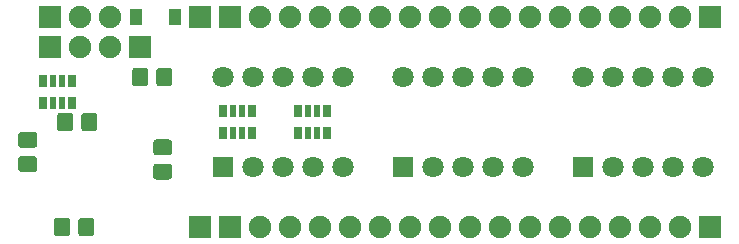
<source format=gbr>
G04 #@! TF.GenerationSoftware,KiCad,Pcbnew,(5.0.0)*
G04 #@! TF.CreationDate,2019-08-21T13:25:49-04:00*
G04 #@! TF.ProjectId,7segment,377365676D656E742E6B696361645F70,B*
G04 #@! TF.SameCoordinates,Original*
G04 #@! TF.FileFunction,Soldermask,Bot*
G04 #@! TF.FilePolarity,Negative*
%FSLAX46Y46*%
G04 Gerber Fmt 4.6, Leading zero omitted, Abs format (unit mm)*
G04 Created by KiCad (PCBNEW (5.0.0)) date 08/21/19 13:25:49*
%MOMM*%
%LPD*%
G01*
G04 APERTURE LIST*
%ADD10C,0.100000*%
%ADD11C,1.350000*%
%ADD12R,1.900000X1.900000*%
%ADD13O,1.900000X1.900000*%
%ADD14R,1.100000X1.400000*%
%ADD15R,0.700000X1.000000*%
%ADD16R,0.600000X1.000000*%
%ADD17R,1.800000X1.800000*%
%ADD18C,1.800000*%
G04 APERTURE END LIST*
D10*
G04 #@! TO.C,C4*
G36*
X47282289Y-55081413D02*
X47310778Y-55085639D01*
X47338715Y-55092637D01*
X47365832Y-55102340D01*
X47391867Y-55114653D01*
X47416570Y-55129460D01*
X47439703Y-55146616D01*
X47461043Y-55165957D01*
X47480384Y-55187297D01*
X47497540Y-55210430D01*
X47512347Y-55235133D01*
X47524660Y-55261168D01*
X47534363Y-55288285D01*
X47541361Y-55316222D01*
X47545587Y-55344711D01*
X47547000Y-55373477D01*
X47547000Y-56386523D01*
X47545587Y-56415289D01*
X47541361Y-56443778D01*
X47534363Y-56471715D01*
X47524660Y-56498832D01*
X47512347Y-56524867D01*
X47497540Y-56549570D01*
X47480384Y-56572703D01*
X47461043Y-56594043D01*
X47439703Y-56613384D01*
X47416570Y-56630540D01*
X47391867Y-56645347D01*
X47365832Y-56657660D01*
X47338715Y-56667363D01*
X47310778Y-56674361D01*
X47282289Y-56678587D01*
X47253523Y-56680000D01*
X46490477Y-56680000D01*
X46461711Y-56678587D01*
X46433222Y-56674361D01*
X46405285Y-56667363D01*
X46378168Y-56657660D01*
X46352133Y-56645347D01*
X46327430Y-56630540D01*
X46304297Y-56613384D01*
X46282957Y-56594043D01*
X46263616Y-56572703D01*
X46246460Y-56549570D01*
X46231653Y-56524867D01*
X46219340Y-56498832D01*
X46209637Y-56471715D01*
X46202639Y-56443778D01*
X46198413Y-56415289D01*
X46197000Y-56386523D01*
X46197000Y-55373477D01*
X46198413Y-55344711D01*
X46202639Y-55316222D01*
X46209637Y-55288285D01*
X46219340Y-55261168D01*
X46231653Y-55235133D01*
X46246460Y-55210430D01*
X46263616Y-55187297D01*
X46282957Y-55165957D01*
X46304297Y-55146616D01*
X46327430Y-55129460D01*
X46352133Y-55114653D01*
X46378168Y-55102340D01*
X46405285Y-55092637D01*
X46433222Y-55085639D01*
X46461711Y-55081413D01*
X46490477Y-55080000D01*
X47253523Y-55080000D01*
X47282289Y-55081413D01*
X47282289Y-55081413D01*
G37*
D11*
X46872000Y-55880000D03*
D10*
G36*
X45232289Y-55081413D02*
X45260778Y-55085639D01*
X45288715Y-55092637D01*
X45315832Y-55102340D01*
X45341867Y-55114653D01*
X45366570Y-55129460D01*
X45389703Y-55146616D01*
X45411043Y-55165957D01*
X45430384Y-55187297D01*
X45447540Y-55210430D01*
X45462347Y-55235133D01*
X45474660Y-55261168D01*
X45484363Y-55288285D01*
X45491361Y-55316222D01*
X45495587Y-55344711D01*
X45497000Y-55373477D01*
X45497000Y-56386523D01*
X45495587Y-56415289D01*
X45491361Y-56443778D01*
X45484363Y-56471715D01*
X45474660Y-56498832D01*
X45462347Y-56524867D01*
X45447540Y-56549570D01*
X45430384Y-56572703D01*
X45411043Y-56594043D01*
X45389703Y-56613384D01*
X45366570Y-56630540D01*
X45341867Y-56645347D01*
X45315832Y-56657660D01*
X45288715Y-56667363D01*
X45260778Y-56674361D01*
X45232289Y-56678587D01*
X45203523Y-56680000D01*
X44440477Y-56680000D01*
X44411711Y-56678587D01*
X44383222Y-56674361D01*
X44355285Y-56667363D01*
X44328168Y-56657660D01*
X44302133Y-56645347D01*
X44277430Y-56630540D01*
X44254297Y-56613384D01*
X44232957Y-56594043D01*
X44213616Y-56572703D01*
X44196460Y-56549570D01*
X44181653Y-56524867D01*
X44169340Y-56498832D01*
X44159637Y-56471715D01*
X44152639Y-56443778D01*
X44148413Y-56415289D01*
X44147000Y-56386523D01*
X44147000Y-55373477D01*
X44148413Y-55344711D01*
X44152639Y-55316222D01*
X44159637Y-55288285D01*
X44169340Y-55261168D01*
X44181653Y-55235133D01*
X44196460Y-55210430D01*
X44213616Y-55187297D01*
X44232957Y-55165957D01*
X44254297Y-55146616D01*
X44277430Y-55129460D01*
X44302133Y-55114653D01*
X44328168Y-55102340D01*
X44355285Y-55092637D01*
X44383222Y-55085639D01*
X44411711Y-55081413D01*
X44440477Y-55080000D01*
X45203523Y-55080000D01*
X45232289Y-55081413D01*
X45232289Y-55081413D01*
G37*
D11*
X44822000Y-55880000D03*
G04 #@! TD*
D12*
G04 #@! TO.C,J6*
X59055000Y-55880000D03*
G04 #@! TD*
G04 #@! TO.C,J7*
X59055000Y-38100000D03*
G04 #@! TD*
D10*
G04 #@! TO.C,C3*
G36*
X53875289Y-50516413D02*
X53903778Y-50520639D01*
X53931715Y-50527637D01*
X53958832Y-50537340D01*
X53984867Y-50549653D01*
X54009570Y-50564460D01*
X54032703Y-50581616D01*
X54054043Y-50600957D01*
X54073384Y-50622297D01*
X54090540Y-50645430D01*
X54105347Y-50670133D01*
X54117660Y-50696168D01*
X54127363Y-50723285D01*
X54134361Y-50751222D01*
X54138587Y-50779711D01*
X54140000Y-50808477D01*
X54140000Y-51571523D01*
X54138587Y-51600289D01*
X54134361Y-51628778D01*
X54127363Y-51656715D01*
X54117660Y-51683832D01*
X54105347Y-51709867D01*
X54090540Y-51734570D01*
X54073384Y-51757703D01*
X54054043Y-51779043D01*
X54032703Y-51798384D01*
X54009570Y-51815540D01*
X53984867Y-51830347D01*
X53958832Y-51842660D01*
X53931715Y-51852363D01*
X53903778Y-51859361D01*
X53875289Y-51863587D01*
X53846523Y-51865000D01*
X52833477Y-51865000D01*
X52804711Y-51863587D01*
X52776222Y-51859361D01*
X52748285Y-51852363D01*
X52721168Y-51842660D01*
X52695133Y-51830347D01*
X52670430Y-51815540D01*
X52647297Y-51798384D01*
X52625957Y-51779043D01*
X52606616Y-51757703D01*
X52589460Y-51734570D01*
X52574653Y-51709867D01*
X52562340Y-51683832D01*
X52552637Y-51656715D01*
X52545639Y-51628778D01*
X52541413Y-51600289D01*
X52540000Y-51571523D01*
X52540000Y-50808477D01*
X52541413Y-50779711D01*
X52545639Y-50751222D01*
X52552637Y-50723285D01*
X52562340Y-50696168D01*
X52574653Y-50670133D01*
X52589460Y-50645430D01*
X52606616Y-50622297D01*
X52625957Y-50600957D01*
X52647297Y-50581616D01*
X52670430Y-50564460D01*
X52695133Y-50549653D01*
X52721168Y-50537340D01*
X52748285Y-50527637D01*
X52776222Y-50520639D01*
X52804711Y-50516413D01*
X52833477Y-50515000D01*
X53846523Y-50515000D01*
X53875289Y-50516413D01*
X53875289Y-50516413D01*
G37*
D11*
X53340000Y-51190000D03*
D10*
G36*
X53875289Y-48466413D02*
X53903778Y-48470639D01*
X53931715Y-48477637D01*
X53958832Y-48487340D01*
X53984867Y-48499653D01*
X54009570Y-48514460D01*
X54032703Y-48531616D01*
X54054043Y-48550957D01*
X54073384Y-48572297D01*
X54090540Y-48595430D01*
X54105347Y-48620133D01*
X54117660Y-48646168D01*
X54127363Y-48673285D01*
X54134361Y-48701222D01*
X54138587Y-48729711D01*
X54140000Y-48758477D01*
X54140000Y-49521523D01*
X54138587Y-49550289D01*
X54134361Y-49578778D01*
X54127363Y-49606715D01*
X54117660Y-49633832D01*
X54105347Y-49659867D01*
X54090540Y-49684570D01*
X54073384Y-49707703D01*
X54054043Y-49729043D01*
X54032703Y-49748384D01*
X54009570Y-49765540D01*
X53984867Y-49780347D01*
X53958832Y-49792660D01*
X53931715Y-49802363D01*
X53903778Y-49809361D01*
X53875289Y-49813587D01*
X53846523Y-49815000D01*
X52833477Y-49815000D01*
X52804711Y-49813587D01*
X52776222Y-49809361D01*
X52748285Y-49802363D01*
X52721168Y-49792660D01*
X52695133Y-49780347D01*
X52670430Y-49765540D01*
X52647297Y-49748384D01*
X52625957Y-49729043D01*
X52606616Y-49707703D01*
X52589460Y-49684570D01*
X52574653Y-49659867D01*
X52562340Y-49633832D01*
X52552637Y-49606715D01*
X52545639Y-49578778D01*
X52541413Y-49550289D01*
X52540000Y-49521523D01*
X52540000Y-48758477D01*
X52541413Y-48729711D01*
X52545639Y-48701222D01*
X52552637Y-48673285D01*
X52562340Y-48646168D01*
X52574653Y-48620133D01*
X52589460Y-48595430D01*
X52606616Y-48572297D01*
X52625957Y-48550957D01*
X52647297Y-48531616D01*
X52670430Y-48514460D01*
X52695133Y-48499653D01*
X52721168Y-48487340D01*
X52748285Y-48477637D01*
X52776222Y-48470639D01*
X52804711Y-48466413D01*
X52833477Y-48465000D01*
X53846523Y-48465000D01*
X53875289Y-48466413D01*
X53875289Y-48466413D01*
G37*
D11*
X53340000Y-49140000D03*
G04 #@! TD*
D12*
G04 #@! TO.C,J5*
X56515000Y-55880000D03*
G04 #@! TD*
G04 #@! TO.C,JP2*
X43815000Y-40640000D03*
D13*
X46355000Y-40640000D03*
X48895000Y-40640000D03*
G04 #@! TD*
D14*
G04 #@! TO.C,D1*
X51055000Y-38100000D03*
X54355000Y-38100000D03*
G04 #@! TD*
D15*
G04 #@! TO.C,RN3*
X43250000Y-43550000D03*
D16*
X44850000Y-43550000D03*
X44050000Y-43550000D03*
D15*
X45650000Y-43550000D03*
D16*
X44050000Y-45350000D03*
D15*
X43250000Y-45350000D03*
D16*
X44850000Y-45350000D03*
D15*
X45650000Y-45350000D03*
G04 #@! TD*
D12*
G04 #@! TO.C,JP1*
X43815000Y-38100000D03*
D13*
X46355000Y-38100000D03*
X48895000Y-38100000D03*
G04 #@! TD*
D17*
G04 #@! TO.C,U4*
X88900000Y-50800000D03*
D18*
X91440000Y-50800000D03*
X93980000Y-50800000D03*
X96520000Y-50800000D03*
X99060000Y-50800000D03*
X99060000Y-43180000D03*
X96520000Y-43180000D03*
X93980000Y-43180000D03*
X91440000Y-43180000D03*
X88900000Y-43180000D03*
G04 #@! TD*
D13*
G04 #@! TO.C,J4*
X61595000Y-55880000D03*
X64135000Y-55880000D03*
X66675000Y-55880000D03*
X69215000Y-55880000D03*
X71755000Y-55880000D03*
X74295000Y-55880000D03*
X76835000Y-55880000D03*
X79375000Y-55880000D03*
X81915000Y-55880000D03*
X84455000Y-55880000D03*
X86995000Y-55880000D03*
X89535000Y-55880000D03*
X92075000Y-55880000D03*
X94615000Y-55880000D03*
X97155000Y-55880000D03*
D12*
X99695000Y-55880000D03*
G04 #@! TD*
G04 #@! TO.C,J2*
X99695000Y-38100000D03*
D13*
X97155000Y-38100000D03*
X94615000Y-38100000D03*
X92075000Y-38100000D03*
X89535000Y-38100000D03*
X86995000Y-38100000D03*
X84455000Y-38100000D03*
X81915000Y-38100000D03*
X79375000Y-38100000D03*
X76835000Y-38100000D03*
X74295000Y-38100000D03*
X71755000Y-38100000D03*
X69215000Y-38100000D03*
X66675000Y-38100000D03*
X64135000Y-38100000D03*
X61595000Y-38100000D03*
G04 #@! TD*
D17*
G04 #@! TO.C,U3*
X73660000Y-50800000D03*
D18*
X76200000Y-50800000D03*
X78740000Y-50800000D03*
X81280000Y-50800000D03*
X83820000Y-50800000D03*
X83820000Y-43180000D03*
X81280000Y-43180000D03*
X78740000Y-43180000D03*
X76200000Y-43180000D03*
X73660000Y-43180000D03*
G04 #@! TD*
D10*
G04 #@! TO.C,C2*
G36*
X42445289Y-47831413D02*
X42473778Y-47835639D01*
X42501715Y-47842637D01*
X42528832Y-47852340D01*
X42554867Y-47864653D01*
X42579570Y-47879460D01*
X42602703Y-47896616D01*
X42624043Y-47915957D01*
X42643384Y-47937297D01*
X42660540Y-47960430D01*
X42675347Y-47985133D01*
X42687660Y-48011168D01*
X42697363Y-48038285D01*
X42704361Y-48066222D01*
X42708587Y-48094711D01*
X42710000Y-48123477D01*
X42710000Y-48886523D01*
X42708587Y-48915289D01*
X42704361Y-48943778D01*
X42697363Y-48971715D01*
X42687660Y-48998832D01*
X42675347Y-49024867D01*
X42660540Y-49049570D01*
X42643384Y-49072703D01*
X42624043Y-49094043D01*
X42602703Y-49113384D01*
X42579570Y-49130540D01*
X42554867Y-49145347D01*
X42528832Y-49157660D01*
X42501715Y-49167363D01*
X42473778Y-49174361D01*
X42445289Y-49178587D01*
X42416523Y-49180000D01*
X41403477Y-49180000D01*
X41374711Y-49178587D01*
X41346222Y-49174361D01*
X41318285Y-49167363D01*
X41291168Y-49157660D01*
X41265133Y-49145347D01*
X41240430Y-49130540D01*
X41217297Y-49113384D01*
X41195957Y-49094043D01*
X41176616Y-49072703D01*
X41159460Y-49049570D01*
X41144653Y-49024867D01*
X41132340Y-48998832D01*
X41122637Y-48971715D01*
X41115639Y-48943778D01*
X41111413Y-48915289D01*
X41110000Y-48886523D01*
X41110000Y-48123477D01*
X41111413Y-48094711D01*
X41115639Y-48066222D01*
X41122637Y-48038285D01*
X41132340Y-48011168D01*
X41144653Y-47985133D01*
X41159460Y-47960430D01*
X41176616Y-47937297D01*
X41195957Y-47915957D01*
X41217297Y-47896616D01*
X41240430Y-47879460D01*
X41265133Y-47864653D01*
X41291168Y-47852340D01*
X41318285Y-47842637D01*
X41346222Y-47835639D01*
X41374711Y-47831413D01*
X41403477Y-47830000D01*
X42416523Y-47830000D01*
X42445289Y-47831413D01*
X42445289Y-47831413D01*
G37*
D11*
X41910000Y-48505000D03*
D10*
G36*
X42445289Y-49881413D02*
X42473778Y-49885639D01*
X42501715Y-49892637D01*
X42528832Y-49902340D01*
X42554867Y-49914653D01*
X42579570Y-49929460D01*
X42602703Y-49946616D01*
X42624043Y-49965957D01*
X42643384Y-49987297D01*
X42660540Y-50010430D01*
X42675347Y-50035133D01*
X42687660Y-50061168D01*
X42697363Y-50088285D01*
X42704361Y-50116222D01*
X42708587Y-50144711D01*
X42710000Y-50173477D01*
X42710000Y-50936523D01*
X42708587Y-50965289D01*
X42704361Y-50993778D01*
X42697363Y-51021715D01*
X42687660Y-51048832D01*
X42675347Y-51074867D01*
X42660540Y-51099570D01*
X42643384Y-51122703D01*
X42624043Y-51144043D01*
X42602703Y-51163384D01*
X42579570Y-51180540D01*
X42554867Y-51195347D01*
X42528832Y-51207660D01*
X42501715Y-51217363D01*
X42473778Y-51224361D01*
X42445289Y-51228587D01*
X42416523Y-51230000D01*
X41403477Y-51230000D01*
X41374711Y-51228587D01*
X41346222Y-51224361D01*
X41318285Y-51217363D01*
X41291168Y-51207660D01*
X41265133Y-51195347D01*
X41240430Y-51180540D01*
X41217297Y-51163384D01*
X41195957Y-51144043D01*
X41176616Y-51122703D01*
X41159460Y-51099570D01*
X41144653Y-51074867D01*
X41132340Y-51048832D01*
X41122637Y-51021715D01*
X41115639Y-50993778D01*
X41111413Y-50965289D01*
X41110000Y-50936523D01*
X41110000Y-50173477D01*
X41111413Y-50144711D01*
X41115639Y-50116222D01*
X41122637Y-50088285D01*
X41132340Y-50061168D01*
X41144653Y-50035133D01*
X41159460Y-50010430D01*
X41176616Y-49987297D01*
X41195957Y-49965957D01*
X41217297Y-49946616D01*
X41240430Y-49929460D01*
X41265133Y-49914653D01*
X41291168Y-49902340D01*
X41318285Y-49892637D01*
X41346222Y-49885639D01*
X41374711Y-49881413D01*
X41403477Y-49880000D01*
X42416523Y-49880000D01*
X42445289Y-49881413D01*
X42445289Y-49881413D01*
G37*
D11*
X41910000Y-50555000D03*
G04 #@! TD*
D15*
G04 #@! TO.C,RN2*
X58490000Y-46090000D03*
D16*
X59290000Y-46090000D03*
D15*
X60890000Y-46090000D03*
D16*
X60090000Y-46090000D03*
D15*
X58490000Y-47890000D03*
D16*
X60090000Y-47890000D03*
X59290000Y-47890000D03*
D15*
X60890000Y-47890000D03*
G04 #@! TD*
G04 #@! TO.C,RN1*
X64840000Y-46090000D03*
D16*
X66440000Y-46090000D03*
X65640000Y-46090000D03*
D15*
X67240000Y-46090000D03*
D16*
X65640000Y-47890000D03*
D15*
X64840000Y-47890000D03*
D16*
X66440000Y-47890000D03*
D15*
X67240000Y-47890000D03*
G04 #@! TD*
D10*
G04 #@! TO.C,C1*
G36*
X45495289Y-46191413D02*
X45523778Y-46195639D01*
X45551715Y-46202637D01*
X45578832Y-46212340D01*
X45604867Y-46224653D01*
X45629570Y-46239460D01*
X45652703Y-46256616D01*
X45674043Y-46275957D01*
X45693384Y-46297297D01*
X45710540Y-46320430D01*
X45725347Y-46345133D01*
X45737660Y-46371168D01*
X45747363Y-46398285D01*
X45754361Y-46426222D01*
X45758587Y-46454711D01*
X45760000Y-46483477D01*
X45760000Y-47496523D01*
X45758587Y-47525289D01*
X45754361Y-47553778D01*
X45747363Y-47581715D01*
X45737660Y-47608832D01*
X45725347Y-47634867D01*
X45710540Y-47659570D01*
X45693384Y-47682703D01*
X45674043Y-47704043D01*
X45652703Y-47723384D01*
X45629570Y-47740540D01*
X45604867Y-47755347D01*
X45578832Y-47767660D01*
X45551715Y-47777363D01*
X45523778Y-47784361D01*
X45495289Y-47788587D01*
X45466523Y-47790000D01*
X44703477Y-47790000D01*
X44674711Y-47788587D01*
X44646222Y-47784361D01*
X44618285Y-47777363D01*
X44591168Y-47767660D01*
X44565133Y-47755347D01*
X44540430Y-47740540D01*
X44517297Y-47723384D01*
X44495957Y-47704043D01*
X44476616Y-47682703D01*
X44459460Y-47659570D01*
X44444653Y-47634867D01*
X44432340Y-47608832D01*
X44422637Y-47581715D01*
X44415639Y-47553778D01*
X44411413Y-47525289D01*
X44410000Y-47496523D01*
X44410000Y-46483477D01*
X44411413Y-46454711D01*
X44415639Y-46426222D01*
X44422637Y-46398285D01*
X44432340Y-46371168D01*
X44444653Y-46345133D01*
X44459460Y-46320430D01*
X44476616Y-46297297D01*
X44495957Y-46275957D01*
X44517297Y-46256616D01*
X44540430Y-46239460D01*
X44565133Y-46224653D01*
X44591168Y-46212340D01*
X44618285Y-46202637D01*
X44646222Y-46195639D01*
X44674711Y-46191413D01*
X44703477Y-46190000D01*
X45466523Y-46190000D01*
X45495289Y-46191413D01*
X45495289Y-46191413D01*
G37*
D11*
X45085000Y-46990000D03*
D10*
G36*
X47545289Y-46191413D02*
X47573778Y-46195639D01*
X47601715Y-46202637D01*
X47628832Y-46212340D01*
X47654867Y-46224653D01*
X47679570Y-46239460D01*
X47702703Y-46256616D01*
X47724043Y-46275957D01*
X47743384Y-46297297D01*
X47760540Y-46320430D01*
X47775347Y-46345133D01*
X47787660Y-46371168D01*
X47797363Y-46398285D01*
X47804361Y-46426222D01*
X47808587Y-46454711D01*
X47810000Y-46483477D01*
X47810000Y-47496523D01*
X47808587Y-47525289D01*
X47804361Y-47553778D01*
X47797363Y-47581715D01*
X47787660Y-47608832D01*
X47775347Y-47634867D01*
X47760540Y-47659570D01*
X47743384Y-47682703D01*
X47724043Y-47704043D01*
X47702703Y-47723384D01*
X47679570Y-47740540D01*
X47654867Y-47755347D01*
X47628832Y-47767660D01*
X47601715Y-47777363D01*
X47573778Y-47784361D01*
X47545289Y-47788587D01*
X47516523Y-47790000D01*
X46753477Y-47790000D01*
X46724711Y-47788587D01*
X46696222Y-47784361D01*
X46668285Y-47777363D01*
X46641168Y-47767660D01*
X46615133Y-47755347D01*
X46590430Y-47740540D01*
X46567297Y-47723384D01*
X46545957Y-47704043D01*
X46526616Y-47682703D01*
X46509460Y-47659570D01*
X46494653Y-47634867D01*
X46482340Y-47608832D01*
X46472637Y-47581715D01*
X46465639Y-47553778D01*
X46461413Y-47525289D01*
X46460000Y-47496523D01*
X46460000Y-46483477D01*
X46461413Y-46454711D01*
X46465639Y-46426222D01*
X46472637Y-46398285D01*
X46482340Y-46371168D01*
X46494653Y-46345133D01*
X46509460Y-46320430D01*
X46526616Y-46297297D01*
X46545957Y-46275957D01*
X46567297Y-46256616D01*
X46590430Y-46239460D01*
X46615133Y-46224653D01*
X46641168Y-46212340D01*
X46668285Y-46202637D01*
X46696222Y-46195639D01*
X46724711Y-46191413D01*
X46753477Y-46190000D01*
X47516523Y-46190000D01*
X47545289Y-46191413D01*
X47545289Y-46191413D01*
G37*
D11*
X47135000Y-46990000D03*
G04 #@! TD*
D10*
G04 #@! TO.C,R3*
G36*
X53895289Y-42381413D02*
X53923778Y-42385639D01*
X53951715Y-42392637D01*
X53978832Y-42402340D01*
X54004867Y-42414653D01*
X54029570Y-42429460D01*
X54052703Y-42446616D01*
X54074043Y-42465957D01*
X54093384Y-42487297D01*
X54110540Y-42510430D01*
X54125347Y-42535133D01*
X54137660Y-42561168D01*
X54147363Y-42588285D01*
X54154361Y-42616222D01*
X54158587Y-42644711D01*
X54160000Y-42673477D01*
X54160000Y-43686523D01*
X54158587Y-43715289D01*
X54154361Y-43743778D01*
X54147363Y-43771715D01*
X54137660Y-43798832D01*
X54125347Y-43824867D01*
X54110540Y-43849570D01*
X54093384Y-43872703D01*
X54074043Y-43894043D01*
X54052703Y-43913384D01*
X54029570Y-43930540D01*
X54004867Y-43945347D01*
X53978832Y-43957660D01*
X53951715Y-43967363D01*
X53923778Y-43974361D01*
X53895289Y-43978587D01*
X53866523Y-43980000D01*
X53103477Y-43980000D01*
X53074711Y-43978587D01*
X53046222Y-43974361D01*
X53018285Y-43967363D01*
X52991168Y-43957660D01*
X52965133Y-43945347D01*
X52940430Y-43930540D01*
X52917297Y-43913384D01*
X52895957Y-43894043D01*
X52876616Y-43872703D01*
X52859460Y-43849570D01*
X52844653Y-43824867D01*
X52832340Y-43798832D01*
X52822637Y-43771715D01*
X52815639Y-43743778D01*
X52811413Y-43715289D01*
X52810000Y-43686523D01*
X52810000Y-42673477D01*
X52811413Y-42644711D01*
X52815639Y-42616222D01*
X52822637Y-42588285D01*
X52832340Y-42561168D01*
X52844653Y-42535133D01*
X52859460Y-42510430D01*
X52876616Y-42487297D01*
X52895957Y-42465957D01*
X52917297Y-42446616D01*
X52940430Y-42429460D01*
X52965133Y-42414653D01*
X52991168Y-42402340D01*
X53018285Y-42392637D01*
X53046222Y-42385639D01*
X53074711Y-42381413D01*
X53103477Y-42380000D01*
X53866523Y-42380000D01*
X53895289Y-42381413D01*
X53895289Y-42381413D01*
G37*
D11*
X53485000Y-43180000D03*
D10*
G36*
X51845289Y-42381413D02*
X51873778Y-42385639D01*
X51901715Y-42392637D01*
X51928832Y-42402340D01*
X51954867Y-42414653D01*
X51979570Y-42429460D01*
X52002703Y-42446616D01*
X52024043Y-42465957D01*
X52043384Y-42487297D01*
X52060540Y-42510430D01*
X52075347Y-42535133D01*
X52087660Y-42561168D01*
X52097363Y-42588285D01*
X52104361Y-42616222D01*
X52108587Y-42644711D01*
X52110000Y-42673477D01*
X52110000Y-43686523D01*
X52108587Y-43715289D01*
X52104361Y-43743778D01*
X52097363Y-43771715D01*
X52087660Y-43798832D01*
X52075347Y-43824867D01*
X52060540Y-43849570D01*
X52043384Y-43872703D01*
X52024043Y-43894043D01*
X52002703Y-43913384D01*
X51979570Y-43930540D01*
X51954867Y-43945347D01*
X51928832Y-43957660D01*
X51901715Y-43967363D01*
X51873778Y-43974361D01*
X51845289Y-43978587D01*
X51816523Y-43980000D01*
X51053477Y-43980000D01*
X51024711Y-43978587D01*
X50996222Y-43974361D01*
X50968285Y-43967363D01*
X50941168Y-43957660D01*
X50915133Y-43945347D01*
X50890430Y-43930540D01*
X50867297Y-43913384D01*
X50845957Y-43894043D01*
X50826616Y-43872703D01*
X50809460Y-43849570D01*
X50794653Y-43824867D01*
X50782340Y-43798832D01*
X50772637Y-43771715D01*
X50765639Y-43743778D01*
X50761413Y-43715289D01*
X50760000Y-43686523D01*
X50760000Y-42673477D01*
X50761413Y-42644711D01*
X50765639Y-42616222D01*
X50772637Y-42588285D01*
X50782340Y-42561168D01*
X50794653Y-42535133D01*
X50809460Y-42510430D01*
X50826616Y-42487297D01*
X50845957Y-42465957D01*
X50867297Y-42446616D01*
X50890430Y-42429460D01*
X50915133Y-42414653D01*
X50941168Y-42402340D01*
X50968285Y-42392637D01*
X50996222Y-42385639D01*
X51024711Y-42381413D01*
X51053477Y-42380000D01*
X51816523Y-42380000D01*
X51845289Y-42381413D01*
X51845289Y-42381413D01*
G37*
D11*
X51435000Y-43180000D03*
G04 #@! TD*
D12*
G04 #@! TO.C,J3*
X56515000Y-38100000D03*
G04 #@! TD*
G04 #@! TO.C,J1*
X51435000Y-40640000D03*
G04 #@! TD*
D18*
G04 #@! TO.C,U1*
X58420000Y-43180000D03*
X60960000Y-43180000D03*
X63500000Y-43180000D03*
X66040000Y-43180000D03*
X68580000Y-43180000D03*
X68580000Y-50800000D03*
X66040000Y-50800000D03*
X63500000Y-50800000D03*
X60960000Y-50800000D03*
D17*
X58420000Y-50800000D03*
G04 #@! TD*
M02*

</source>
